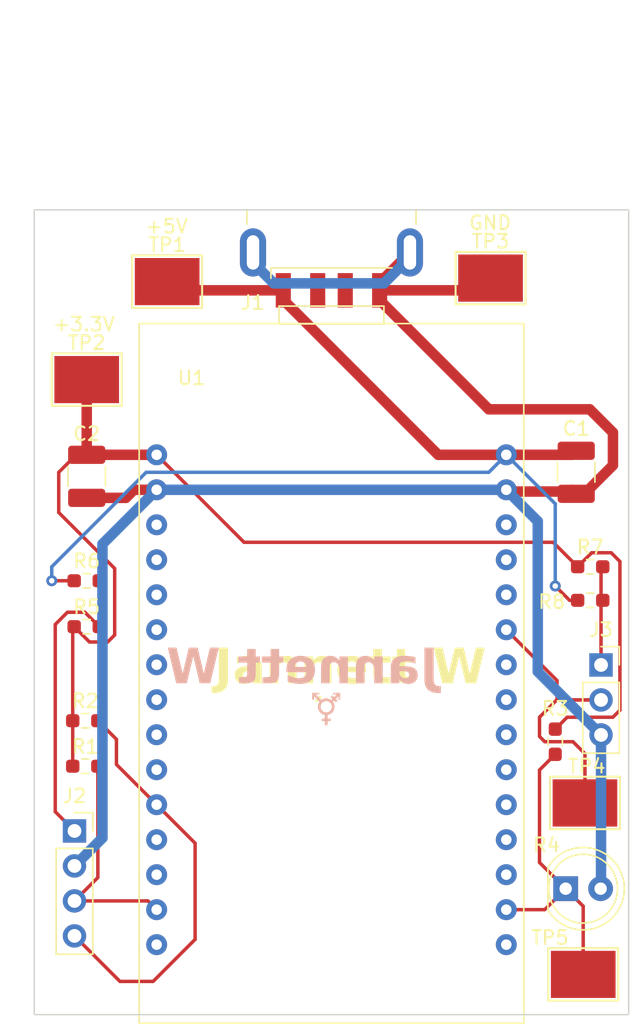
<source format=kicad_pcb>
(kicad_pcb (version 20221018) (generator pcbnew)
  (layers (0 "F.Cu" signal) (31 "B.Cu" signal) (34 "B.Paste" user) (35 "F.Paste" user) (36 "B.SilkS" user "B.Silkscreen") (37 "F.SilkS" user "F.Silkscreen") (38 "B.Mask" user) (39 "F.Mask" user) (44 "Edge.Cuts" user))
  (net 0 "")
  (net 1 "+5V")
  (net 2 "GND")
  (net 3 "+3.3V")
  (net 6 "/AHT21_PWR")
  (net 7 "/SCL")
  (net 8 "/SDA")
  (net 9 "/AM312_PWR")
  (net 10 "/MOTION_OUT")
  (net 11 "/PHOTORES")
  (footprint "Connector_USB:USB_A_CNCTech_1001-011-01101_Horizontal" (layer "F.Cu") (at 130.81 41.91 90)
    (fp_text reference "J1" (at -10.541 -5.715 180) (layer "F.SilkS"))
    (fp_text value "USB A Male")
    (fp_line (start -8.02 -4.4) (end -8.775 -4.4) (stroke (width 0.12)) (layer "F.SilkS"))
    (fp_line (start -8.02 -4.4) (end -8.02 4.4) (stroke (width 0.12)) (layer "F.SilkS"))
    (fp_line (start -4.85 -6.145) (end -3.8 -6.145) (stroke (width 0.12)) (layer "F.SilkS"))
    (fp_line (start -4.85 6.145) (end -3.8 6.145) (stroke (width 0.12)) (layer "F.SilkS"))
    (pad "" np_thru_hole circle (at -6.9 -2.3 90) (size 1.1 1.1) (drill 1.1) (layers "*.Cu" "*.Mask"))
    (pad "" np_thru_hole circle (at -6.9 2.3 90) (size 1.1 1.1) (drill 1.1) (layers "*.Cu" "*.Mask"))
    (pad "1" smd rect (at -9.65 -3.5 90) (size 2.5 1.1) (layers "F.Cu" "F.Paste" "F.Mask") (net 1 "+5V"))
    (pad "2" smd rect (at -9.65 -1 90) (size 2.5 1.1) (layers "F.Cu" "F.Paste" "F.Mask"))
    (pad "3" smd rect (at -9.65 1 90) (size 2.5 1.1) (layers "F.Cu" "F.Paste" "F.Mask"))
    (pad "4" smd rect (at -9.65 3.5 90) (size 2.5 1.1) (layers "F.Cu" "F.Paste" "F.Mask") (net 2 "GND"))
    (pad "5" thru_hole oval (at -6.9 -5.7 90) (size 3.5 1.9) (drill oval 2.5 0.9) (layers "*.Cu" "*.Mask") (net 2 "GND"))
    (pad "5" thru_hole oval (at -6.9 5.7 90) (size 3.5 1.9) (drill oval 2.5 0.9) (layers "*.Cu" "*.Mask") (net 2 "GND"))
  )
  (footprint "Resistor_SMD:R_0603_1608Metric_Pad0.98x0.95mm_HandSolder" (layer "F.Cu") (at 112.9265 82.804)
    (fp_text reference "R2" (at 0 -1.43) (layer "F.SilkS"))
    (fp_text value "10K")
    (fp_line (start -0.254724 -0.5225) (end 0.254724 -0.5225) (stroke (width 0.12)) (layer "F.SilkS"))
    (fp_line (start -0.254724 0.5225) (end 0.254724 0.5225) (stroke (width 0.12)) (layer "F.SilkS"))
    (pad "1" smd roundrect (at -0.9125 0) (size 0.975 0.95) (layers "F.Cu" "F.Paste" "F.Mask") (net 3 "+3.3V"))
    (pad "2" smd roundrect (at 0.9125 0) (size 0.975 0.95) (layers "F.Cu" "F.Paste" "F.Mask") (net 8 "/SDA"))
  )
  (footprint "Resistor_SMD:R_0603_1608Metric_Pad0.98x0.95mm_HandSolder" (layer "F.Cu") (at 113.03 72.644)
    (fp_text reference "R6" (at 0 -1.43) (layer "F.SilkS"))
    (fp_text value "0")
    (fp_line (start -0.254724 -0.5225) (end 0.254724 -0.5225) (stroke (width 0.12)) (layer "F.SilkS"))
    (fp_line (start -0.254724 0.5225) (end 0.254724 0.5225) (stroke (width 0.12)) (layer "F.SilkS"))
    (pad "1" smd roundrect (at -0.9125 0) (size 0.975 0.95) (layers "F.Cu" "F.Paste" "F.Mask") (net 1 "+5V"))
    (pad "2" smd roundrect (at 0.9125 0) (size 0.975 0.95) (layers "F.Cu" "F.Paste" "F.Mask") (net 6 "/AHT21_PWR"))
  )
  (footprint "Resistor_SMD:R_0603_1608Metric_Pad0.98x0.95mm_HandSolder" (layer "F.Cu") (at 112.9265 86.106)
    (fp_text reference "R1" (at 0 -1.43) (layer "F.SilkS"))
    (fp_text value "10K")
    (fp_line (start -0.254724 -0.5225) (end 0.254724 -0.5225) (stroke (width 0.12)) (layer "F.SilkS"))
    (fp_line (start -0.254724 0.5225) (end 0.254724 0.5225) (stroke (width 0.12)) (layer "F.SilkS"))
    (pad "1" smd roundrect (at -0.9125 0) (size 0.975 0.95) (layers "F.Cu" "F.Paste" "F.Mask") (net 3 "+3.3V"))
    (pad "2" smd roundrect (at 0.9125 0) (size 0.975 0.95) (layers "F.Cu" "F.Paste" "F.Mask") (net 7 "/SCL"))
  )
  (footprint "Resistor_SMD:R_0603_1608Metric_Pad0.98x0.95mm_HandSolder" (layer "F.Cu") (at 113.03 75.976)
    (fp_text reference "R5" (at 0 -1.43) (layer "F.SilkS"))
    (fp_text value "0")
    (fp_line (start -0.254724 -0.5225) (end 0.254724 -0.5225) (stroke (width 0.12)) (layer "F.SilkS"))
    (fp_line (start -0.254724 0.5225) (end 0.254724 0.5225) (stroke (width 0.12)) (layer "F.SilkS"))
    (pad "1" smd roundrect (at -0.9125 0) (size 0.975 0.95) (layers "F.Cu" "F.Paste" "F.Mask") (net 3 "+3.3V"))
    (pad "2" smd roundrect (at 0.9125 0) (size 0.975 0.95) (layers "F.Cu" "F.Paste" "F.Mask") (net 6 "/AHT21_PWR"))
  )
  (footprint "Jarrett_Footprint_Library:TestPoint_Keystone_5016_Compact" (layer "F.Cu") (at 149.098 101.219)
    (fp_text reference "TP5" (at -2.413 -2.667) (layer "F.SilkS"))
    (fp_text value "5016")
    (fp_line (start -2.54 -1.905) (end 2.54 -1.905) (stroke (width 0.15)) (layer "F.SilkS"))
    (fp_line (start -2.54 1.905) (end -2.54 -1.905) (stroke (width 0.15)) (layer "F.SilkS"))
    (fp_line (start 2.54 -1.905) (end 2.54 1.905) (stroke (width 0.15)) (layer "F.SilkS"))
    (fp_line (start 2.54 1.905) (end -2.54 1.905) (stroke (width 0.15)) (layer "F.SilkS"))
    (pad "1" smd rect (at 0 0) (size 4.699 3.429) (layers "F.Cu" "F.Paste" "F.Mask") (net 11 "/PHOTORES"))
  )
  (footprint "LED_THT:LED_D5.0mm" (layer "F.Cu") (at 147.823 94.996)
    (fp_text reference "R4" (at -1.392 -3.175) (layer "F.SilkS"))
    (fp_text value "R_Photo")
    (fp_line (start -1.29 -1.545) (end -1.29 1.545) (stroke (width 0.12)) (layer "F.SilkS"))
    (fp_arc (start -1.29 -1.54483) (mid 2.072002 -2.880433) (end 4.26 0.000462) (stroke (width 0.12)) (layer "F.SilkS"))
    (fp_arc (start 4.26 -0.000462) (mid 2.072002 2.880433) (end -1.29 1.54483) (stroke (width 0.12)) (layer "F.SilkS"))
    (fp_circle (center 1.27 0) (end 3.77 0) (stroke (width 0.12)) (fill none) (layer "F.SilkS"))
    (pad "1" thru_hole rect (at 0 0) (size 1.8 1.8) (drill 0.9) (layers "*.Cu" "*.Mask") (net 11 "/PHOTORES"))
    (pad "2" thru_hole circle (at 2.54 0) (size 1.8 1.8) (drill 0.9) (layers "*.Cu" "*.Mask") (net 2 "GND"))
  )
  (footprint "Jarrett_Footprint_Library:TestPoint_Keystone_5016_Compact" (layer "F.Cu") (at 118.872 50.927)
    (fp_text reference "TP1" (at 0 -2.667) (layer "F.SilkS"))
    (fp_text value "5016")
    (fp_line (start -2.54 -1.905) (end 2.54 -1.905) (stroke (width 0.15)) (layer "F.SilkS"))
    (fp_line (start -2.54 1.905) (end -2.54 -1.905) (stroke (width 0.15)) (layer "F.SilkS"))
    (fp_line (start 2.54 -1.905) (end 2.54 1.905) (stroke (width 0.15)) (layer "F.SilkS"))
    (fp_line (start 2.54 1.905) (end -2.54 1.905) (stroke (width 0.15)) (layer "F.SilkS"))
    (pad "1" smd rect (at 0 0) (size 4.699 3.429) (layers "F.Cu" "F.Paste" "F.Mask") (net 1 "+5V"))
  )
  (footprint "Connector_PinSocket_2.54mm:PinSocket_1x03_P2.54mm_Vertical" (layer "F.Cu") (at 150.393 78.755)
    (fp_text reference "J3" (at 0 -2.555) (layer "F.SilkS"))
    (fp_text value "AM312")
    (fp_line (start -1.33 1.27) (end -1.33 6.41) (stroke (width 0.12)) (layer "F.SilkS"))
    (fp_line (start -1.33 1.27) (end 1.33 1.27) (stroke (width 0.12)) (layer "F.SilkS"))
    (fp_line (start -1.33 6.41) (end 1.33 6.41) (stroke (width 0.12)) (layer "F.SilkS"))
    (fp_line (start 0 -1.33) (end 1.33 -1.33) (stroke (width 0.12)) (layer "F.SilkS"))
    (fp_line (start 1.33 -1.33) (end 1.33 0) (stroke (width 0.12)) (layer "F.SilkS"))
    (fp_line (start 1.33 1.27) (end 1.33 6.41) (stroke (width 0.12)) (layer "F.SilkS"))
    (pad "1" thru_hole rect (at 0 0) (size 1.7 1.7) (drill 1) (layers "*.Cu" "*.Mask") (net 9 "/AM312_PWR"))
    (pad "2" thru_hole oval (at 0 2.54) (size 1.7 1.7) (drill 1) (layers "*.Cu" "*.Mask") (net 10 "/MOTION_OUT"))
    (pad "3" thru_hole oval (at 0 5.08) (size 1.7 1.7) (drill 1) (layers "*.Cu" "*.Mask") (net 2 "GND"))
  )
  (footprint "Resistor_SMD:R_0603_1608Metric_Pad0.98x0.95mm_HandSolder" (layer "F.Cu") (at 147.066 84.328 -90)
    (fp_text reference "R3" (at -2.413 0 -180) (layer "F.SilkS"))
    (fp_text value "10K")
    (fp_line (start -0.254724 -0.5225) (end 0.254724 -0.5225) (stroke (width 0.12)) (layer "F.SilkS"))
    (fp_line (start -0.254724 0.5225) (end 0.254724 0.5225) (stroke (width 0.12)) (layer "F.SilkS"))
    (pad "1" smd roundrect (at -0.9125 0 270) (size 0.975 0.95) (layers "F.Cu" "F.Paste" "F.Mask") (net 3 "+3.3V"))
    (pad "2" smd roundrect (at 0.9125 0 270) (size 0.975 0.95) (layers "F.Cu" "F.Paste" "F.Mask") (net 11 "/PHOTORES"))
  )
  (footprint "Jarrett_Footprint_Library:ESP32_MODULE" (layer "F.Cu") (at 130.81 79.375)
    (fp_text reference "U1" (at -10.16 -21.455 unlocked) (layer "F.SilkS"))
    (fp_text value "ESP32 Module")
    (fp_rect (start -13.97 -25.4) (end 13.97 25.4) (stroke (width 0.12)) (fill none) (layer "F.SilkS"))
    (fp_rect (start -3.81 -26.67) (end 3.81 -25.3746) (stroke (width 0.12)) (fill none) (layer "F.SilkS"))
    (pad "1" thru_hole circle (at -12.7 -15.875) (size 1.524 1.524) (drill 0.762) (layers "*.Cu" "*.Mask") (net 3 "+3.3V"))
    (pad "2" thru_hole circle (at -12.7 -13.335) (size 1.524 1.524) (drill 0.762) (layers "*.Cu" "*.Mask") (net 2 "GND"))
    (pad "3" thru_hole circle (at -12.7 -10.795) (size 1.524 1.524) (drill 0.762) (layers "*.Cu" "*.Mask"))
    (pad "4" thru_hole circle (at -12.7 -8.255) (size 1.524 1.524) (drill 0.762) (layers "*.Cu" "*.Mask"))
    (pad "5" thru_hole circle (at -12.7 -5.715) (size 1.524 1.524) (drill 0.762) (layers "*.Cu" "*.Mask"))
    (pad "6" thru_hole circle (at -12.7 -3.175) (size 1.524 1.524) (drill 0.762) (layers "*.Cu" "*.Mask"))
    (pad "7" thru_hole circle (at -12.7 -0.635) (size 1.524 1.524) (drill 0.762) (layers "*.Cu" "*.Mask"))
    (pad "8" thru_hole circle (at -12.7 1.905) (size 1.524 1.524) (drill 0.762) (layers "*.Cu" "*.Mask"))
    (pad "9" thru_hole circle (at -12.7 4.445) (size 1.524 1.524) (drill 0.762) (layers "*.Cu" "*.Mask"))
    (pad "10" thru_hole circle (at -12.7 6.985) (size 1.524 1.524) (drill 0.762) (layers "*.Cu" "*.Mask"))
    (pad "11" thru_hole circle (at -12.7 9.525) (size 1.524 1.524) (drill 0.762) (layers "*.Cu" "*.Mask") (net 8 "/SDA"))
    (pad "12" thru_hole circle (at -12.7 12.065) (size 1.524 1.524) (drill 0.762) (layers "*.Cu" "*.Mask"))
    (pad "13" thru_hole circle (at -12.7 14.605) (size 1.524 1.524) (drill 0.762) (layers "*.Cu" "*.Mask"))
    (pad "14" thru_hole circle (at -12.7 17.145) (size 1.524 1.524) (drill 0.762) (layers "*.Cu" "*.Mask") (net 7 "/SCL"))
    (pad "15" thru_hole circle (at -12.7 19.685) (size 1.524 1.524) (drill 0.762) (layers "*.Cu" "*.Mask"))
    (pad "16" thru_hole circle (at 12.7 19.685) (size 1.524 1.524) (drill 0.762) (layers "*.Cu" "*.Mask"))
    (pad "17" thru_hole circle (at 12.7 17.145) (size 1.524 1.524) (drill 0.762) (layers "*.Cu" "*.Mask") (net 11 "/PHOTORES"))
    (pad "18" thru_hole circle (at 12.7 14.605) (size 1.524 1.524) (drill 0.762) (layers "*.Cu" "*.Mask"))
    (pad "19" thru_hole circle (at 12.7 12.065) (size 1.524 1.524) (drill 0.762) (layers "*.Cu" "*.Mask"))
    (pad "20" thru_hole circle (at 12.7 9.525) (size 1.524 1.524) (drill 0.762) (layers "*.Cu" "*.Mask"))
    (pad "21" thru_hole circle (at 12.7 6.985) (size 1.524 1.524) (drill 0.762) (layers "*.Cu" "*.Mask"))
    (pad "22" thru_hole circle (at 12.7 4.445) (size 1.524 1.524) (drill 0.762) (layers "*.Cu" "*.Mask"))
    (pad "23" thru_hole circle (at 12.7 1.905) (size 1.524 1.524) (drill 0.762) (layers "*.Cu" "*.Mask"))
    (pad "24" thru_hole circle (at 12.7 -0.635) (size 1.524 1.524) (drill 0.762) (layers "*.Cu" "*.Mask"))
    (pad "25" thru_hole circle (at 12.7 -3.175) (size 1.524 1.524) (drill 0.762) (layers "*.Cu" "*.Mask") (net 10 "/MOTION_OUT"))
    (pad "26" thru_hole circle (at 12.7 -5.715) (size 1.524 1.524) (drill 0.762) (layers "*.Cu" "*.Mask"))
    (pad "27" thru_hole circle (at 12.7 -8.255) (size 1.524 1.524) (drill 0.762) (layers "*.Cu" "*.Mask"))
    (pad "28" thru_hole circle (at 12.7 -10.795) (size 1.524 1.524) (drill 0.762) (layers "*.Cu" "*.Mask"))
    (pad "29" thru_hole circle (at 12.7 -13.335) (size 1.524 1.524) (drill 0.762) (layers "*.Cu" "*.Mask") (net 2 "GND"))
    (pad "30" thru_hole circle (at 12.7 -15.875) (size 1.524 1.524) (drill 0.762) (layers "*.Cu" "*.Mask") (net 1 "+5V"))
  )
  (footprint "Resistor_SMD:R_0603_1608Metric_Pad0.98x0.95mm_HandSolder" (layer "F.Cu") (at 149.606 71.628)
    (fp_text reference "R7" (at 0 -1.43) (layer "F.SilkS"))
    (fp_text value "0")
    (fp_line (start -0.254724 -0.5225) (end 0.254724 -0.5225) (stroke (width 0.12)) (layer "F.SilkS"))
    (fp_line (start -0.254724 0.5225) (end 0.254724 0.5225) (stroke (width 0.12)) (layer "F.SilkS"))
    (pad "1" smd roundrect (at -0.9125 0) (size 0.975 0.95) (layers "F.Cu" "F.Paste" "F.Mask") (net 3 "+3.3V"))
    (pad "2" smd roundrect (at 0.9125 0) (size 0.975 0.95) (layers "F.Cu" "F.Paste" "F.Mask") (net 9 "/AM312_PWR"))
  )
  (footprint "Capacitor_SMD:C_1210_3225Metric_Pad1.33x2.70mm_HandSolder" (layer "F.Cu") (at 148.59 64.77 -90)
    (fp_text reference "C1" (at -3.175 0 -180) (layer "F.SilkS"))
    (fp_text value "22uF")
    (fp_line (start -0.711252 -1.36) (end 0.711252 -1.36) (stroke (width 0.12)) (layer "F.SilkS"))
    (fp_line (start -0.711252 1.36) (end 0.711252 1.36) (stroke (width 0.12)) (layer "F.SilkS"))
    (pad "1" smd roundrect (at -1.5625 0 270) (size 1.325 2.7) (layers "F.Cu" "F.Paste" "F.Mask") (roundrect_rratio 0.1886792453) (net 1 "+5V"))
    (pad "2" smd roundrect (at 1.5625 0 270) (size 1.325 2.7) (layers "F.Cu" "F.Paste" "F.Mask") (roundrect_rratio 0.1886792453) (net 2 "GND"))
  )
  (footprint "Jarrett_Footprint_Library:TestPoint_Keystone_5016_Compact" (layer "F.Cu") (at 149.225 88.773)
    (fp_text reference "TP4" (at 0.127 -2.667) (layer "F.SilkS"))
    (fp_text value "5016")
    (fp_line (start -2.54 -1.905) (end 2.54 -1.905) (stroke (width 0.15)) (layer "F.SilkS"))
    (fp_line (start -2.54 1.905) (end -2.54 -1.905) (stroke (width 0.15)) (layer "F.SilkS"))
    (fp_line (start 2.54 -1.905) (end 2.54 1.905) (stroke (width 0.15)) (layer "F.SilkS"))
    (fp_line (start 2.54 1.905) (end -2.54 1.905) (stroke (width 0.15)) (layer "F.SilkS"))
    (pad "1" smd rect (at 0 0) (size 4.699 3.429) (layers "F.Cu" "F.Paste" "F.Mask") (net 10 "/MOTION_OUT"))
  )
  (footprint "Capacitor_SMD:C_1210_3225Metric_Pad1.33x2.70mm_HandSolder" (layer "F.Cu") (at 113.03 65.0625 -90)
    (fp_text reference "C2" (at -3.0865 0 -180) (layer "F.SilkS"))
    (fp_text value "22uF")
    (fp_line (start -0.711252 -1.36) (end 0.711252 -1.36) (stroke (width 0.12)) (layer "F.SilkS"))
    (fp_line (start -0.711252 1.36) (end 0.711252 1.36) (stroke (width 0.12)) (layer "F.SilkS"))
    (pad "1" smd roundrect (at -1.5625 0 270) (size 1.325 2.7) (layers "F.Cu" "F.Paste" "F.Mask") (roundrect_rratio 0.1886792453) (net 3 "+3.3V"))
    (pad "2" smd roundrect (at 1.5625 0 270) (size 1.325 2.7) (layers "F.Cu" "F.Paste" "F.Mask") (roundrect_rratio 0.1886792453) (net 2 "GND"))
  )
  (footprint "Connector_PinSocket_2.54mm:PinSocket_1x04_P2.54mm_Vertical" (layer "F.Cu") (at 112.141 90.805)
    (fp_text reference "J2" (at 0 -2.54) (layer "F.SilkS"))
    (fp_text value "AHT21 Module")
    (fp_line (start -1.33 1.27) (end -1.33 8.95) (stroke (width 0.12)) (layer "F.SilkS"))
    (fp_line (start -1.33 1.27) (end 1.33 1.27) (stroke (width 0.12)) (layer "F.SilkS"))
    (fp_line (start -1.33 8.95) (end 1.33 8.95) (stroke (width 0.12)) (layer "F.SilkS"))
    (fp_line (start 0 -1.33) (end 1.33 -1.33) (stroke (width 0.12)) (layer "F.SilkS"))
    (fp_line (start 1.33 -1.33) (end 1.33 0) (stroke (width 0.12)) (layer "F.SilkS"))
    (fp_line (start 1.33 1.27) (end 1.33 8.95) (stroke (width 0.12)) (layer "F.SilkS"))
    (pad "1" thru_hole rect (at 0 0) (size 1.7 1.7) (drill 1) (layers "*.Cu" "*.Mask") (net 6 "/AHT21_PWR"))
    (pad "2" thru_hole oval (at 0 2.54) (size 1.7 1.7) (drill 1) (layers "*.Cu" "*.Mask") (net 2 "GND"))
    (pad "3" thru_hole oval (at 0 5.08) (size 1.7 1.7) (drill 1) (layers "*.Cu" "*.Mask") (net 7 "/SCL"))
    (pad "4" thru_hole oval (at 0 7.62) (size 1.7 1.7) (drill 1) (layers "*.Cu" "*.Mask") (net 8 "/SDA"))
  )
  (footprint "Jarrett_Footprint_Library:TestPoint_Keystone_5016_Compact" (layer "F.Cu") (at 113.03 58.039)
    (fp_text reference "TP2" (at 0 -2.667) (layer "F.SilkS"))
    (fp_text value "5016")
    (fp_line (start -2.54 -1.905) (end 2.54 -1.905) (stroke (width 0.15)) (layer "F.SilkS"))
    (fp_line (start -2.54 1.905) (end -2.54 -1.905) (stroke (width 0.15)) (layer "F.SilkS"))
    (fp_line (start 2.54 -1.905) (end 2.54 1.905) (stroke (width 0.15)) (layer "F.SilkS"))
    (fp_line (start 2.54 1.905) (end -2.54 1.905) (stroke (width 0.15)) (layer "F.SilkS"))
    (pad "1" smd rect (at 0 0) (size 4.699 3.429) (layers "F.Cu" "F.Paste" "F.Mask") (net 3 "+3.3V"))
  )
  (footprint "Resistor_SMD:R_0603_1608Metric_Pad0.98x0.95mm_HandSolder" (layer "F.Cu") (at 149.606 74.064)
    (fp_text reference "R8" (at -2.794 0.104) (layer "F.SilkS"))
    (fp_text value "0")
    (fp_line (start -0.254724 -0.5225) (end 0.254724 -0.5225) (stroke (width 0.12)) (layer "F.SilkS"))
    (fp_line (start -0.254724 0.5225) (end 0.254724 0.5225) (stroke (width 0.12)) (layer "F.SilkS"))
    (pad "1" smd roundrect (at -0.9125 0) (size 0.975 0.95) (layers "F.Cu" "F.Paste" "F.Mask") (net 1 "+5V"))
    (pad "2" smd roundrect (at 0.9125 0) (size 0.975 0.95) (layers "F.Cu" "F.Paste" "F.Mask") (net 9 "/AM312_PWR"))
  )
  (footprint "Jarrett_Footprint_Library:TestPoint_Keystone_5016_Compact" (layer "F.Cu") (at 142.367 50.673)
    (fp_text reference "TP3" (at 0 -2.667) (layer "F.SilkS"))
    (fp_text value "5016")
    (fp_line (start -2.54 -1.905) (end 2.54 -1.905) (stroke (width 0.15)) (layer "F.SilkS"))
    (fp_line (start -2.54 1.905) (end -2.54 -1.905) (stroke (width 0.15)) (layer "F.SilkS"))
    (fp_line (start 2.54 -1.905) (end 2.54 1.905) (stroke (width 0.15)) (layer "F.SilkS"))
    (fp_line (start 2.54 1.905) (end -2.54 1.905) (stroke (width 0.15)) (layer "F.SilkS"))
    (pad "1" smd rect (at 0 0) (size 4.699 3.429) (layers "F.Cu" "F.Paste" "F.Mask") (net 2 "GND"))
  )
  (footprint "Jarrett_Footprint_Library:Trans_Symbol" (layer "F.Cu") (at 130.429 81.788)
    (fp_text reference "REF**" hide)
    (fp_text value "Trans_Symbol")
    (fp_circle (center 0 0) (end 0.508 0) (stroke (width 0.2)) (fill none) (layer "F.SilkS"))
    (fp_poly (pts (xy -1.016 -0.889) (xy -0.889 -0.889) (xy -0.889 -0.508) (xy -1.016 -0.508)) (fill solid) (layer "F.SilkS"))
    (fp_poly (pts (xy -0.508 -1.016) (xy -0.508 -0.889) (xy -0.889 -0.889) (xy -0.889 -1.016)) (fill solid) (layer "F.SilkS"))
    (fp_poly (pts (xy -0.381 -0.381) (xy -0.381 -0.254) (xy -1.016 -0.889) (xy -1.016 -1.016)) (fill solid) (layer "F.SilkS"))
    (fp_poly (pts (xy -0.381 -0.381) (xy -0.254 -0.381) (xy -0.889 -1.016) (xy -1.016 -1.016)) (fill solid) (layer "F.SilkS"))
    (fp_poly (pts (xy -0.3175 -0.6985) (xy -0.6985 -0.3175) (xy -0.8255 -0.4445) (xy -0.4445 -0.8255)) (fill solid) (layer "F.SilkS"))
    (fp_poly (pts (xy 0.1016 1.3462) (xy -0.1016 1.3462) (xy -0.1016 0.5842) (xy 0.1016 0.5842)) (fill solid) (layer "F.SilkS"))
    (fp_poly (pts (xy 0.3302 1.0414) (xy -0.3302 1.0414) (xy -0.3302 0.8636) (xy 0.3302 0.8636)) (fill solid) (layer "F.SilkS"))
    (fp_poly (pts (xy 0.381 -0.381) (xy 0.254 -0.381) (xy 0.889 -1.016) (xy 1.016 -1.016)) (fill solid) (layer "F.SilkS"))
    (fp_poly (pts (xy 0.381 -0.381) (xy 0.381 -0.254) (xy 1.016 -0.889) (xy 1.016 -1.016)) (fill solid) (layer "F.SilkS"))
    (fp_poly (pts (xy 0.889 -1.016) (xy 0.889 -0.889) (xy 0.508 -0.889) (xy 0.508 -1.016)) (fill solid) (layer "F.SilkS"))
    (fp_poly (pts (xy 1.016 -0.508) (xy 0.889 -0.508) (xy 0.889 -0.889) (xy 1.016 -0.889)) (fill solid) (layer "F.SilkS"))
  )
  (footprint "Jarrett_Footprint_Library:Trans_Symbol" (layer "B.Cu") (at 130.429 81.788 180)
    (fp_text reference "REF**" hide)
    (fp_text value "Trans_Symbol")
    (fp_circle (center 0 0) (end 0.508 0) (stroke (width 0.2)) (fill none) (layer "B.SilkS"))
    (fp_poly (pts (xy -1.016 0.889) (xy -0.889 0.889) (xy -0.889 0.508) (xy -1.016 0.508)) (fill solid) (layer "B.SilkS"))
    (fp_poly (pts (xy -0.508 1.016) (xy -0.508 0.889) (xy -0.889 0.889) (xy -0.889 1.016)) (fill solid) (layer "B.SilkS"))
    (fp_poly (pts (xy -0.381 0.381) (xy -0.381 0.254) (xy -1.016 0.889) (xy -1.016 1.016)) (fill solid) (layer "B.SilkS"))
    (fp_poly (pts (xy -0.381 0.381) (xy -0.254 0.381) (xy -0.889 1.016) (xy -1.016 1.016)) (fill solid) (layer "B.SilkS"))
    (fp_poly (pts (xy -0.3175 0.6985) (xy -0.6985 0.3175) (xy -0.8255 0.4445) (xy -0.4445 0.8255)) (fill solid) (layer "B.SilkS"))
    (fp_poly (pts (xy 0.1016 -1.3462) (xy -0.1016 -1.3462) (xy -0.1016 -0.5842) (xy 0.1016 -0.5842)) (fill solid) (layer "B.SilkS"))
    (fp_poly (pts (xy 0.3302 -1.0414) (xy -0.3302 -1.0414) (xy -0.3302 -0.8636) (xy 0.3302 -0.8636)) (fill solid) (layer "B.SilkS"))
    (fp_poly (pts (xy 0.381 0.381) (xy 0.254 0.381) (xy 0.889 1.016) (xy 1.016 1.016)) (fill solid) (layer "B.SilkS"))
    (fp_poly (pts (xy 0.381 0.381) (xy 0.381 0.254) (xy 1.016 0.889) (xy 1.016 1.016)) (fill solid) (layer "B.SilkS"))
    (fp_poly (pts (xy 0.889 1.016) (xy 0.889 0.889) (xy 0.508 0.889) (xy 0.508 1.016)) (fill solid) (layer "B.SilkS"))
    (fp_poly (pts (xy 1.016 0.508) (xy 0.889 0.508) (xy 0.889 0.889) (xy 1.016 0.889)) (fill solid) (layer "B.SilkS"))
  )
  (gr_rect (start 109.22 45.72) (end 152.4 104.14) (stroke (width 0.1)) (fill none) (layer "Edge.Cuts"))
  (gr_text "Jannett W" (at 138.557 80.518) (layer "B.SilkS") (effects (font (size 2.54 2.54) (thickness 0.2794) bold) (justify left bottom mirror)))
  (gr_text "GND" (at 140.716 47.244) (layer "F.SilkS") (effects (font (size 1 1)) (justify left bottom)))
  (gr_text "+3.3V" (at 110.49 54.61) (layer "F.SilkS") (effects (font (size 1 1)) (justify left bottom)))
  (gr_text "+5V" (at 117.221 47.498) (layer "F.SilkS") (effects (font (size 1 1)) (justify left bottom)))
  (gr_text "Jannett W" (at 122.301 80.518) (layer "F.SilkS") (effects (font (size 2.54 2.54) (thickness 0.2794) bold) (justify left bottom)))
  (segment (start 148.6935 74.064) (end 148.105 74.064) (width 0.25) (layer "F.Cu") (net 1))
  (segment (start 148.105 74.064) (end 147.066 73.025) (width 0.25) (layer "F.Cu") (net 1))
  (segment (start 110.49 72.644) (end 112.1175 72.644) (width 0.25) (layer "F.Cu") (net 1))
  (segment (start 143.51 63.5) (end 148.2975 63.5) (width 0.762) (layer "F.Cu") (net 1))
  (segment (start 127.31 52.253) (end 138.557 63.5) (width 0.762) (layer "F.Cu") (net 1))
  (segment (start 148.2975 63.5) (end 148.59 63.2075) (width 0.25) (layer "F.Cu") (net 1))
  (segment (start 127.31 51.56) (end 119.505 51.56) (width 0.762) (layer "F.Cu") (net 1))
  (segment (start 127.31 51.56) (end 127.31 52.253) (width 0.762) (layer "F.Cu") (net 1))
  (segment (start 119.505 51.56) (end 118.872 50.927) (width 0.762) (layer "F.Cu") (net 1))
  (segment (start 138.557 63.5) (end 143.51 63.5) (width 0.762) (layer "F.Cu") (net 1))
  (via (at 110.49 72.644) (size 0.8) (drill 0.4) (layers "F.Cu" "B.Cu") (net 1))
  (via (at 147.066 73.025) (size 0.8) (drill 0.4) (layers "F.Cu" "B.Cu") (net 1))
  (segment (start 142.24 64.77) (end 117.348 64.77) (width 0.25) (layer "B.Cu") (net 1))
  (segment (start 147.066 73.025) (end 147.066 67.056) (width 0.25) (layer "B.Cu") (net 1))
  (segment (start 110.49 71.628) (end 110.49 72.644) (width 0.25) (layer "B.Cu") (net 1))
  (segment (start 143.51 63.5) (end 142.24 64.77) (width 0.25) (layer "B.Cu") (net 1))
  (segment (start 117.348 64.77) (end 110.49 71.628) (width 0.25) (layer "B.Cu") (net 1))
  (segment (start 147.066 67.056) (end 143.51 63.5) (width 0.25) (layer "B.Cu") (net 1))
  (segment (start 115.874 66.625) (end 116.459 66.04) (width 0.762) (layer "F.Cu") (net 2))
  (segment (start 148.2975 66.04) (end 148.1705 66.167) (width 0.762) (layer "F.Cu") (net 2))
  (segment (start 134.31 51.01) (end 136.51 48.81) (width 0.762) (layer "F.Cu") (net 2))
  (segment (start 143.637 66.167) (end 143.51 66.04) (width 0.762) (layer "F.Cu") (net 2))
  (segment (start 148.59 66.3325) (end 148.2975 66.04) (width 0.25) (layer "F.Cu") (net 2))
  (segment (start 134.31 51.56) (end 134.31 52.268) (width 0.762) (layer "F.Cu") (net 2))
  (segment (start 113.03 66.625) (end 115.874 66.625) (width 0.762) (layer "F.Cu") (net 2))
  (segment (start 141.48 51.56) (end 142.367 50.673) (width 0.762) (layer "F.Cu") (net 2))
  (segment (start 151.257 61.882895) (end 151.257 64.262) (width 0.762) (layer "F.Cu") (net 2))
  (segment (start 142.24 60.198) (end 149.572105 60.198) (width 0.762) (layer "F.Cu") (net 2))
  (segment (start 149.1865 66.3325) (end 148.59 66.3325) (width 0.762) (layer "F.Cu") (net 2))
  (segment (start 134.31 51.56) (end 141.48 51.56) (width 0.762) (layer "F.Cu") (net 2))
  (segment (start 148.1705 66.167) (end 143.637 66.167) (width 0.762) (layer "F.Cu") (net 2))
  (segment (start 134.31 52.268) (end 142.24 60.198) (width 0.762) (layer "F.Cu") (net 2))
  (segment (start 151.257 64.262) (end 149.1865 66.3325) (width 0.762) (layer "F.Cu") (net 2))
  (segment (start 134.31 51.56) (end 134.31 51.01) (width 0.762) (layer "F.Cu") (net 2))
  (segment (start 149.572105 60.198) (end 151.257 61.882895) (width 0.762) (layer "F.Cu") (net 2))
  (segment (start 116.459 66.04) (end 118.11 66.04) (width 0.762) (layer "F.Cu") (net 2))
  (segment (start 150.393 83.835) (end 150.393 94.966) (width 0.762) (layer "B.Cu") (net 2))
  (segment (start 145.796 68.326) (end 145.796 79.238) (width 0.762) (layer "B.Cu") (net 2))
  (segment (start 150.393 94.966) (end 150.363 94.996) (width 0.762) (layer "B.Cu") (net 2))
  (segment (start 114.173 91.313) (end 112.141 93.345) (width 0.762) (layer "B.Cu") (net 2))
  (segment (start 136.51 49.164) (end 134.62 51.054) (width 0.762) (layer "B.Cu") (net 2))
  (segment (start 136.51 48.81) (end 136.51 49.164) (width 0.762) (layer "B.Cu") (net 2))
  (segment (start 125.11 49.545) (end 125.11 48.81) (width 0.762) (layer "B.Cu") (net 2))
  (segment (start 118.11 66.04) (end 114.173 69.977) (width 0.762) (layer "B.Cu") (net 2))
  (segment (start 118.11 66.04) (end 143.51 66.04) (width 0.762) (layer "B.Cu") (net 2))
  (segment (start 134.62 51.054) (end 126.619 51.054) (width 0.762) (layer "B.Cu") (net 2))
  (segment (start 143.51 66.04) (end 145.796 68.326) (width 0.762) (layer "B.Cu") (net 2))
  (segment (start 114.173 69.977) (end 114.173 91.313) (width 0.762) (layer "B.Cu") (net 2))
  (segment (start 145.796 79.238) (end 150.393 83.835) (width 0.762) (layer "B.Cu") (net 2))
  (segment (start 126.619 51.054) (end 125.11 49.545) (width 0.762) (layer "B.Cu") (net 2))
  (segment (start 147.066 83.4155) (end 147.9315 82.55) (width 0.25) (layer "F.Cu") (net 3))
  (segment (start 151.765 82.042) (end 151.765 71.247) (width 0.25) (layer "F.Cu") (net 3))
  (segment (start 112.014 76.0795) (end 112.1175 75.976) (width 0.25) (layer "F.Cu") (net 3))
  (segment (start 149.7095 70.612) (end 148.6935 71.628) (width 0.25) (layer "F.Cu") (net 3))
  (segment (start 110.998 67.691) (end 110.998 64.77) (width 0.25) (layer "F.Cu") (net 3))
  (segment (start 115.062 71.755) (end 110.998 67.691) (width 0.25) (layer "F.Cu") (net 3))
  (segment (start 118.11 63.5) (end 113.03 63.5) (width 0.762) (layer "F.Cu") (net 3))
  (segment (start 146.9155 69.85) (end 124.46 69.85) (width 0.25) (layer "F.Cu") (net 3))
  (segment (start 147.9315 82.55) (end 151.257 82.55) (width 0.25) (layer "F.Cu") (net 3))
  (segment (start 113.03 63.5) (end 113.03 58.039) (width 0.762) (layer "F.Cu") (net 3))
  (segment (start 112.1175 75.976) (end 113.2305 77.089) (width 0.25) (layer "F.Cu") (net 3))
  (segment (start 115.062 76.581) (end 115.062 71.755) (width 0.25) (layer "F.Cu") (net 3))
  (segment (start 124.46 69.85) (end 118.11 63.5) (width 0.25) (layer "F.Cu") (net 3))
  (segment (start 151.765 71.247) (end 151.13 70.612) (width 0.25) (layer "F.Cu") (net 3))
  (segment (start 112.014 86.106) (end 112.014 76.0795) (width 0.25) (layer "F.Cu") (net 3))
  (segment (start 148.6935 71.628) (end 146.9155 69.85) (width 0.25) (layer "F.Cu") (net 3))
  (segment (start 110.998 64.77) (end 112.268 63.5) (width 0.25) (layer "F.Cu") (net 3))
  (segment (start 114.554 77.089) (end 115.062 76.581) (width 0.25) (layer "F.Cu") (net 3))
  (segment (start 151.257 82.55) (end 151.765 82.042) (width 0.25) (layer "F.Cu") (net 3))
  (segment (start 151.13 70.612) (end 149.7095 70.612) (width 0.25) (layer "F.Cu") (net 3))
  (segment (start 112.268 63.5) (end 113.03 63.5) (width 0.25) (layer "F.Cu") (net 3))
  (segment (start 113.2305 77.089) (end 114.554 77.089) (width 0.25) (layer "F.Cu") (net 3))
  (segment (start 111.633 74.93) (end 110.744 75.819) (width 0.25) (layer "F.Cu") (net 6))
  (segment (start 113.9425 75.976) (end 113.9425 72.644) (width 0.25) (layer "F.Cu") (net 6))
  (segment (start 110.744 75.819) (end 110.744 89.408) (width 0.25) (layer "F.Cu") (net 6))
  (segment (start 110.744 89.408) (end 112.141 90.805) (width 0.25) (layer "F.Cu") (net 6))
  (segment (start 113.9425 75.976) (end 112.8965 74.93) (width 0.25) (layer "F.Cu") (net 6))
  (segment (start 112.8965 74.93) (end 111.633 74.93) (width 0.25) (layer "F.Cu") (net 6))
  (segment (start 113.839 94.187) (end 112.141 95.885) (width 0.25) (layer "F.Cu") (net 7))
  (segment (start 117.475 95.885) (end 118.11 96.52) (width 0.25) (layer "F.Cu") (net 7))
  (segment (start 112.141 95.885) (end 117.475 95.885) (width 0.25) (layer "F.Cu") (net 7))
  (segment (start 113.839 86.106) (end 113.839 94.187) (width 0.25) (layer "F.Cu") (net 7))
  (segment (start 120.904 91.694) (end 118.11 88.9) (width 0.25) (layer "F.Cu") (net 8))
  (segment (start 115.443 101.727) (end 117.856 101.727) (width 0.25) (layer "F.Cu") (net 8))
  (segment (start 118.11 88.9) (end 115.189 85.979) (width 0.25) (layer "F.Cu") (net 8))
  (segment (start 120.904 98.679) (end 120.904 91.694) (width 0.25) (layer "F.Cu") (net 8))
  (segment (start 112.141 98.425) (end 115.443 101.727) (width 0.25) (layer "F.Cu") (net 8))
  (segment (start 117.856 101.727) (end 120.904 98.679) (width 0.25) (layer "F.Cu") (net 8))
  (segment (start 115.189 84.154) (end 113.839 82.804) (width 0.25) (layer "F.Cu") (net 8))
  (segment (start 115.189 85.979) (end 115.189 84.154) (width 0.25) (layer "F.Cu") (net 8))
  (segment (start 150.5185 71.628) (end 150.393 71.7535) (width 0.25) (layer "F.Cu") (net 9))
  (segment (start 150.393 71.7535) (end 150.393 78.755) (width 0.25) (layer "F.Cu") (net 9))
  (segment (start 147.193 79.883) (end 143.51 76.2) (width 0.25) (layer "F.Cu") (net 10))
  (segment (start 149.225 88.773) (end 149.225 85.202) (width 0.25) (layer "F.Cu") (net 10))
  (segment (start 147.335 81.295) (end 147.193 81.153) (width 0.25) (layer "F.Cu") (net 10))
  (segment (start 147.193 81.153) (end 147.193 79.883) (width 0.25) (layer "F.Cu") (net 10))
  (segment (start 146.304 84.328) (end 145.923 83.947) (width 0.25) (layer "F.Cu") (net 10))
  (segment (start 147.178 81.295) (end 150.393 81.295) (width 0.25) (layer "F.Cu") (net 10))
  (segment (start 145.923 82.55) (end 147.178 81.295) (width 0.25) (layer "F.Cu") (net 10))
  (segment (start 148.351 84.328) (end 146.304 84.328) (width 0.25) (layer "F.Cu") (net 10))
  (segment (start 149.225 85.202) (end 148.351 84.328) (width 0.25) (layer "F.Cu") (net 10))
  (segment (start 150.393 81.295) (end 147.335 81.295) (width 0.25) (layer "F.Cu") (net 10))
  (segment (start 145.923 83.947) (end 145.923 82.55) (width 0.25) (layer "F.Cu") (net 10))
  (segment (start 145.923 86.3835) (end 145.923 93.096) (width 0.25) (layer "F.Cu") (net 11))
  (segment (start 145.923 93.096) (end 147.823 94.996) (width 0.25) (layer "F.Cu") (net 11))
  (segment (start 149.098 96.271) (end 147.823 94.996) (width 0.25) (layer "F.Cu") (net 11))
  (segment (start 146.299 96.52) (end 147.823 94.996) (width 0.25) (layer "F.Cu") (net 11))
  (segment (start 149.098 101.219) (end 149.098 96.271) (width 0.25) (layer "F.Cu") (net 11))
  (segment (start 143.51 96.52) (end 146.299 96.52) (width 0.25) (layer "F.Cu") (net 11))
  (segment (start 147.066 85.2405) (end 145.923 86.3835) (width 0.25) (layer "F.Cu") (net 11))
)
</source>
